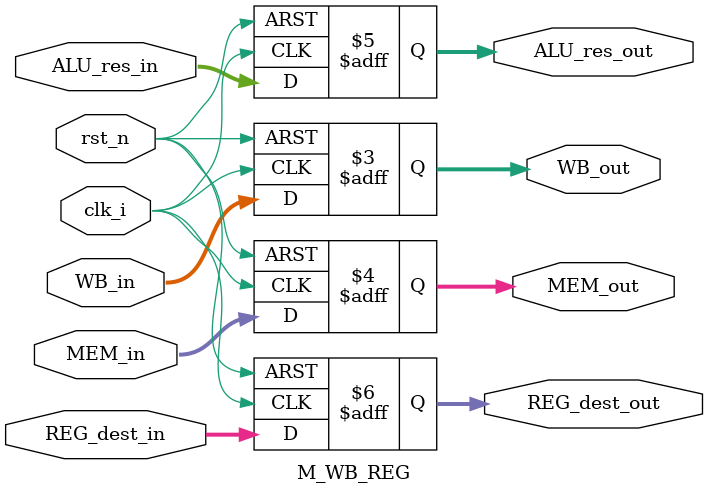
<source format=v>
module IF_ID_REG(clk_i, rst_n, instruction_in, instruction_out);
input clk_i;
input rst_n;
input [31:0] instruction_in;

output [31:0] instruction_out;
reg [31:0] instruction_out;

always @(posedge clk_i or negedge rst_n) begin
    if(~rst_n) begin
	    instruction_out <= 32'b0;    	
    end

	else
		begin
			instruction_out <= instruction_in;			
		end

end
endmodule 



module ID_EX_REG(clk_i, rst_n, WD_in, WD_out, M_in, M_out, EXE_in, EXE_out, RS_data_in, RS_data_out, RT_data_in, RT_data_out, SE_in, SE_out, Zero_in, Zero_out, instr_s_in, instr_s_out, alu_ctr_in, alu_ctr_out, RT_dest_in, RT_dest_out, RD_dest_in, RD_dest_out);
input clk_i;
input rst_n;
input [1:0] WD_in;
input [1:0] M_in;
input [4:0]  instr_s_in, RD_dest_in, RT_dest_in;
input [5:0] alu_ctr_in;
input [4:0] EXE_in;
input [31:0] RS_data_in, RT_data_in, SE_in, Zero_in;


output [1:0] WD_out;
output [1:0] M_out;
output [4:0] instr_s_out, RD_dest_out, RT_dest_out;
output [5:0] alu_ctr_out;
output [4:0] EXE_out;
output [31:0] RS_data_out, RT_data_out, SE_out, Zero_out;

reg [1:0] WD_out;
reg [1:0] M_out;
reg [4:0] instr_s_out, RD_dest_out, RT_dest_out;
reg [5:0] alu_ctr_out;
reg [4:0] EXE_out;
reg [31:0] RS_data_out, RT_data_out, SE_out, Zero_out;

always @(posedge clk_i or negedge rst_n) begin
    if(~rst_n) begin
		WD_out <= 3'b0;
		M_out <= 3'b0;
		EXE_out <= 7'b0;
		instr_s_out <= 5'b0;
		RD_dest_out <= 5'b0;
		RT_dest_out <= 5'b0;
		alu_ctr_out <= 6'b0;
		RS_data_out <= 32'b0;
		RT_data_out <= 32'b0;
		SE_out <= 32'b0;
		Zero_out <= 32'b0;
    end
    else begin
		WD_out <= WD_in;
		M_out <= M_in;
		EXE_out <= EXE_in;
		instr_s_out <= instr_s_in;
		RD_dest_out <= RD_dest_in;
		RT_dest_out <= RT_dest_in;
		alu_ctr_out <= alu_ctr_in;
		RS_data_out <= RS_data_in;
		RT_data_out <= RT_data_in;
		SE_out <= SE_in;
		Zero_out <= Zero_in;    	
    end
	
end
endmodule




module EXE_MEM_REG (clk_i, rst_n, WB_in, WB_out, M_in, M_out, ALU_res_in, ALU_res_out, RT_data_in, RT_data_out, REG_dest_in, REG_dest_out);
input clk_i;
input rst_n;
input [1:0] WB_in;
input [1:0] M_in;
input [31:0] ALU_res_in, RT_data_in;
input [4:0] REG_dest_in;


output [1:0] WB_out;
output [1:0] M_out;
output [31:0] ALU_res_out, RT_data_out;
output [4:0] REG_dest_out;

reg [1:0] WB_out;
reg [1:0] M_out;
reg [31:0] ALU_res_out, RT_data_out;
reg [4:0] REG_dest_out;

always @(posedge clk_i or negedge rst_n) begin
    if(~rst_n) begin
		WB_out <= 3'b0;
		M_out <= 3'b0;
		ALU_res_out <= 32'b0;
		RT_data_out <= 32'b0;
		REG_dest_out <= 5'b0;
    end
    else begin
		WB_out <= WB_in;
		M_out <= M_in;
		ALU_res_out <= ALU_res_in;
		RT_data_out <= RT_data_in;
		REG_dest_out <= REG_dest_in;    	
    end

end
endmodule 


module M_WB_REG(clk_i, rst_n, WB_in, WB_out, MEM_in, MEM_out, ALU_res_in, ALU_res_out, REG_dest_in, REG_dest_out);
input clk_i;
input rst_n;
input [1:0] WB_in;
input [31:0] MEM_in;
input [31:0] ALU_res_in;
input [4:0]REG_dest_in;



output [1:0] WB_out;
output [31:0] MEM_out;
output [31:0] ALU_res_out;
output [4:0] REG_dest_out;
reg [1:0] WB_out;
reg [31:0] MEM_out;
reg [31:0] ALU_res_out;
reg [4:0] REG_dest_out;

always @(posedge clk_i or negedge rst_n) begin
    if(~rst_n) begin
		WB_out <= 3'b0;
		MEM_out <= 32'b0;
		ALU_res_out <= 32'b0;
		REG_dest_out <= 32'b0;
    end
    else begin
		WB_out <= WB_in;
		MEM_out <= MEM_in;
		ALU_res_out <= ALU_res_in;
		REG_dest_out <= REG_dest_in;	   	
    end

end



endmodule
</source>
